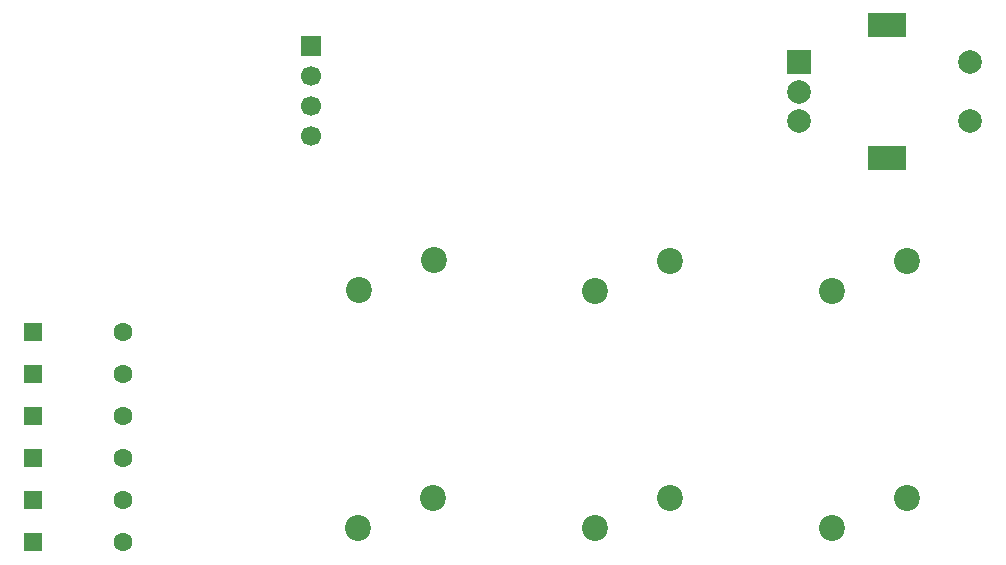
<source format=gbr>
%TF.GenerationSoftware,KiCad,Pcbnew,9.0.3*%
%TF.CreationDate,2026-01-25T12:41:43-05:00*%
%TF.ProjectId,hackclub_macropad,6861636b-636c-4756-925f-6d6163726f70,rev?*%
%TF.SameCoordinates,Original*%
%TF.FileFunction,Copper,L2,Bot*%
%TF.FilePolarity,Positive*%
%FSLAX46Y46*%
G04 Gerber Fmt 4.6, Leading zero omitted, Abs format (unit mm)*
G04 Created by KiCad (PCBNEW 9.0.3) date 2026-01-25 12:41:43*
%MOMM*%
%LPD*%
G01*
G04 APERTURE LIST*
G04 Aperture macros list*
%AMRoundRect*
0 Rectangle with rounded corners*
0 $1 Rounding radius*
0 $2 $3 $4 $5 $6 $7 $8 $9 X,Y pos of 4 corners*
0 Add a 4 corners polygon primitive as box body*
4,1,4,$2,$3,$4,$5,$6,$7,$8,$9,$2,$3,0*
0 Add four circle primitives for the rounded corners*
1,1,$1+$1,$2,$3*
1,1,$1+$1,$4,$5*
1,1,$1+$1,$6,$7*
1,1,$1+$1,$8,$9*
0 Add four rect primitives between the rounded corners*
20,1,$1+$1,$2,$3,$4,$5,0*
20,1,$1+$1,$4,$5,$6,$7,0*
20,1,$1+$1,$6,$7,$8,$9,0*
20,1,$1+$1,$8,$9,$2,$3,0*%
G04 Aperture macros list end*
%TA.AperFunction,ComponentPad*%
%ADD10C,2.200000*%
%TD*%
%TA.AperFunction,ComponentPad*%
%ADD11R,1.700000X1.700000*%
%TD*%
%TA.AperFunction,ComponentPad*%
%ADD12C,1.700000*%
%TD*%
%TA.AperFunction,ComponentPad*%
%ADD13R,2.000000X2.000000*%
%TD*%
%TA.AperFunction,ComponentPad*%
%ADD14C,2.000000*%
%TD*%
%TA.AperFunction,ComponentPad*%
%ADD15R,3.200000X2.000000*%
%TD*%
%TA.AperFunction,ComponentPad*%
%ADD16RoundRect,0.250000X-0.550000X-0.550000X0.550000X-0.550000X0.550000X0.550000X-0.550000X0.550000X0*%
%TD*%
%TA.AperFunction,ComponentPad*%
%ADD17C,1.600000*%
%TD*%
G04 APERTURE END LIST*
D10*
%TO.P,SW6,1,1*%
%TO.N,/R1*%
X170300000Y-81710000D03*
%TO.P,SW6,2,2*%
%TO.N,Net-(D6-A)*%
X163950000Y-84250000D03*
%TD*%
%TO.P,SW5,1,1*%
%TO.N,/R1*%
X170300000Y-61650000D03*
%TO.P,SW5,2,2*%
%TO.N,Net-(D5-A)*%
X163950000Y-64190000D03*
%TD*%
%TO.P,SW4,1,1*%
%TO.N,/R1*%
X150200000Y-81700000D03*
%TO.P,SW4,2,2*%
%TO.N,Net-(D4-A)*%
X143850000Y-84240000D03*
%TD*%
%TO.P,SW3,1,1*%
%TO.N,/R0*%
X150250000Y-61660000D03*
%TO.P,SW3,2,2*%
%TO.N,Net-(D3-A)*%
X143900000Y-64200000D03*
%TD*%
%TO.P,SW2,1,1*%
%TO.N,/R0*%
X130200000Y-81710000D03*
%TO.P,SW2,2,2*%
%TO.N,Net-(D2-A)*%
X123850000Y-84250000D03*
%TD*%
%TO.P,SW1,1,1*%
%TO.N,/R0*%
X130250000Y-61600000D03*
%TO.P,SW1,2,2*%
%TO.N,Net-(D1-A)*%
X123900000Y-64140000D03*
%TD*%
D11*
%TO.P,J_OLED1,1,Pin_1*%
%TO.N,Net-(J_OLED1-Pin_1)*%
X119850000Y-43420000D03*
D12*
%TO.P,J_OLED1,2,Pin_2*%
%TO.N,/3V3*%
X119850000Y-45960000D03*
%TO.P,J_OLED1,3,Pin_3*%
%TO.N,/SCL*%
X119850000Y-48500000D03*
%TO.P,J_OLED1,4,Pin_4*%
%TO.N,/SDA*%
X119850000Y-51040000D03*
%TD*%
D13*
%TO.P,ENC1,A,A*%
%TO.N,/ENC_A*%
X161150000Y-44800000D03*
D14*
%TO.P,ENC1,B,B*%
%TO.N,/ENC_B*%
X161150000Y-49800000D03*
%TO.P,ENC1,C,C*%
%TO.N,GND*%
X161150000Y-47300000D03*
D15*
%TO.P,ENC1,MP*%
%TO.N,N/C*%
X168650000Y-41700000D03*
X168650000Y-52900000D03*
D14*
%TO.P,ENC1,S1*%
X175650000Y-49800000D03*
%TO.P,ENC1,S2*%
X175650000Y-44800000D03*
%TD*%
D16*
%TO.P,D6,1,K*%
%TO.N,/C2*%
X96340000Y-85450000D03*
D17*
%TO.P,D6,2,A*%
%TO.N,Net-(D6-A)*%
X103960000Y-85450000D03*
%TD*%
D16*
%TO.P,D5,1,K*%
%TO.N,/C1*%
X96340000Y-81900000D03*
D17*
%TO.P,D5,2,A*%
%TO.N,Net-(D5-A)*%
X103960000Y-81900000D03*
%TD*%
D16*
%TO.P,D4,1,K*%
%TO.N,/C0*%
X96340000Y-78350000D03*
D17*
%TO.P,D4,2,A*%
%TO.N,Net-(D4-A)*%
X103960000Y-78350000D03*
%TD*%
D16*
%TO.P,D3,1,K*%
%TO.N,/C2*%
X96340000Y-74800000D03*
D17*
%TO.P,D3,2,A*%
%TO.N,Net-(D3-A)*%
X103960000Y-74800000D03*
%TD*%
D16*
%TO.P,D2,1,K*%
%TO.N,/C1*%
X96340000Y-71250000D03*
D17*
%TO.P,D2,2,A*%
%TO.N,Net-(D2-A)*%
X103960000Y-71250000D03*
%TD*%
D16*
%TO.P,D1,1,K*%
%TO.N,/C0*%
X96340000Y-67700000D03*
D17*
%TO.P,D1,2,A*%
%TO.N,Net-(D1-A)*%
X103960000Y-67700000D03*
%TD*%
M02*

</source>
